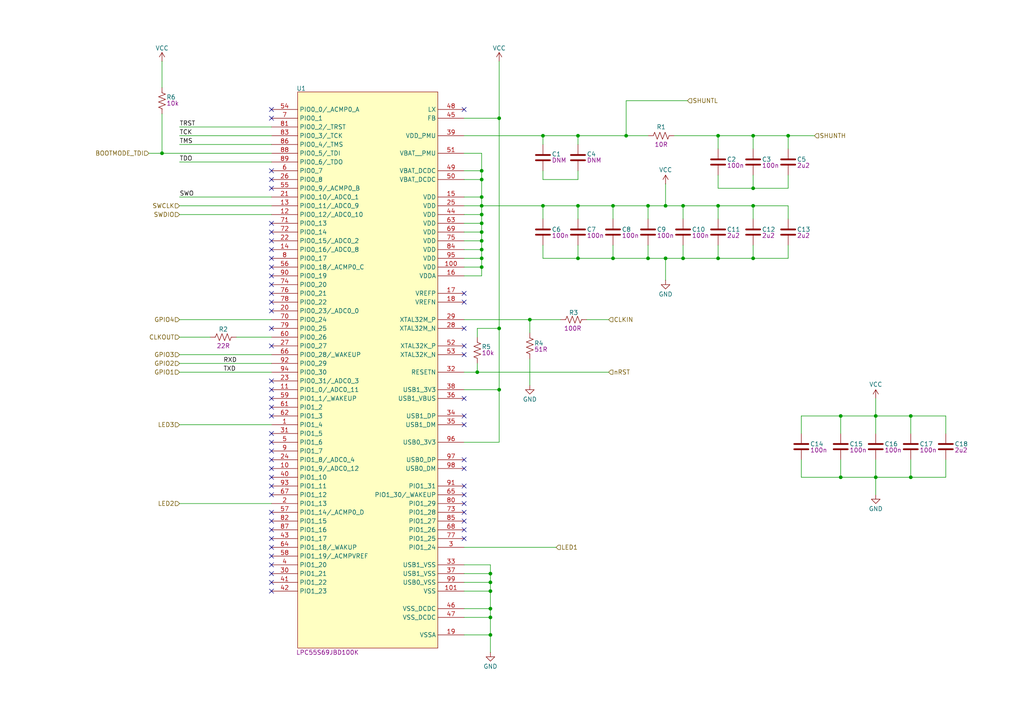
<source format=kicad_sch>
(kicad_sch (version 20231120) (generator "eeschema") (generator_version "8.0")
  (paper "A4")
  (lib_symbols
    (symbol "0603_Yageo_Res:RES_100R_0603" (pin_numbers hide)
      (property "Reference" "R" (at -20.32 5.08 0))
      (property "Display Value" "100R" (at 15.24 5.08 0))
      (symbol "RES_100R_0603_0_1"
        (polyline (pts (xy -2.286 0) (xy -2.54 0)))
        (polyline (pts (xy 2.286 0) (xy 2.54 0)))
        (polyline (pts (xy -2.286 0) (xy -1.905 1.016) (xy -1.524 0) (xy -1.143 -1.016) (xy -0.762 0)))
        (polyline (pts (xy -0.762 0) (xy -0.381 1.016) (xy 0 0) (xy 0.381 -1.016) (xy 0.762 0)))
        (polyline (pts (xy 0.762 0) (xy 1.143 1.016) (xy 1.524 0) (xy 1.905 -1.016) (xy 2.286 0)))
      )
      (symbol "RES_100R_0603_1_1"
        (pin passive line (at -3.81 0 0) (length 1.27) (name "~") (number "1"))
        (pin passive line (at 3.81 0 180) (length 1.27) (name "~") (number "2"))
      )
    )
    (symbol "0603_Yageo_Res:RES_10R_0603" (pin_numbers hide)
      (property "Reference" "R" (at -20.32 5.08 0))
      (property "Display Value" "10R" (at 15.24 5.08 0))
      (symbol "RES_10R_0603_0_1"
        (polyline (pts (xy -2.286 0) (xy -2.54 0)))
        (polyline (pts (xy 2.286 0) (xy 2.54 0)))
        (polyline (pts (xy -2.286 0) (xy -1.905 1.016) (xy -1.524 0) (xy -1.143 -1.016) (xy -0.762 0)))
        (polyline (pts (xy -0.762 0) (xy -0.381 1.016) (xy 0 0) (xy 0.381 -1.016) (xy 0.762 0)))
        (polyline (pts (xy 0.762 0) (xy 1.143 1.016) (xy 1.524 0) (xy 1.905 -1.016) (xy 2.286 0)))
      )
      (symbol "RES_10R_0603_1_1"
        (pin passive line (at -3.81 0 0) (length 1.27) (name "~") (number "1"))
        (pin passive line (at 3.81 0 180) (length 1.27) (name "~") (number "2"))
      )
    )
    (symbol "0603_Yageo_Res:RES_10k_0603" (pin_numbers hide)
      (property "Reference" "R" (at -20.32 5.08 0))
      (property "Display Value" "10k" (at 15.24 5.08 0))
      (symbol "RES_10k_0603_0_1"
        (polyline (pts (xy -2.286 0) (xy -2.54 0)))
        (polyline (pts (xy 2.286 0) (xy 2.54 0)))
        (polyline (pts (xy -2.286 0) (xy -1.905 1.016) (xy -1.524 0) (xy -1.143 -1.016) (xy -0.762 0)))
        (polyline (pts (xy -0.762 0) (xy -0.381 1.016) (xy 0 0) (xy 0.381 -1.016) (xy 0.762 0)))
        (polyline (pts (xy 0.762 0) (xy 1.143 1.016) (xy 1.524 0) (xy 1.905 -1.016) (xy 2.286 0)))
      )
      (symbol "RES_10k_0603_1_1"
        (pin passive line (at -3.81 0 0) (length 1.27) (name "~") (number "1"))
        (pin passive line (at 3.81 0 180) (length 1.27) (name "~") (number "2"))
      )
    )
    (symbol "0603_Yageo_Res:RES_22R_0603" (pin_numbers hide)
      (property "Reference" "R" (at -20.32 5.08 0))
      (property "Display Value" "22R" (at 15.24 5.08 0))
      (symbol "RES_22R_0603_0_1"
        (polyline (pts (xy -2.286 0) (xy -2.54 0)))
        (polyline (pts (xy 2.286 0) (xy 2.54 0)))
        (polyline (pts (xy -2.286 0) (xy -1.905 1.016) (xy -1.524 0) (xy -1.143 -1.016) (xy -0.762 0)))
        (polyline (pts (xy -0.762 0) (xy -0.381 1.016) (xy 0 0) (xy 0.381 -1.016) (xy 0.762 0)))
        (polyline (pts (xy 0.762 0) (xy 1.143 1.016) (xy 1.524 0) (xy 1.905 -1.016) (xy 2.286 0)))
      )
      (symbol "RES_22R_0603_1_1"
        (pin passive line (at -3.81 0 0) (length 1.27) (name "~") (number "1"))
        (pin passive line (at 3.81 0 180) (length 1.27) (name "~") (number "2"))
      )
    )
    (symbol "0603_Yageo_Res:RES_51R_0603" (pin_numbers hide)
      (property "Reference" "R" (at -20.32 5.08 0))
      (property "Display Value" "51R" (at 15.24 5.08 0))
      (symbol "RES_51R_0603_0_1"
        (polyline (pts (xy -2.286 0) (xy -2.54 0)))
        (polyline (pts (xy 2.286 0) (xy 2.54 0)))
        (polyline (pts (xy -2.286 0) (xy -1.905 1.016) (xy -1.524 0) (xy -1.143 -1.016) (xy -0.762 0)))
        (polyline (pts (xy -0.762 0) (xy -0.381 1.016) (xy 0 0) (xy 0.381 -1.016) (xy 0.762 0)))
        (polyline (pts (xy 0.762 0) (xy 1.143 1.016) (xy 1.524 0) (xy 1.905 -1.016) (xy 2.286 0)))
      )
      (symbol "RES_51R_0603_1_1"
        (pin passive line (at -3.81 0 0) (length 1.27) (name "~") (number "1"))
        (pin passive line (at 3.81 0 180) (length 1.27) (name "~") (number "2"))
      )
    )
    (symbol "NAE_Integrated_Circuits:LPC55S69JBD100K"
      (property "Reference" "U" (at -19.05 6.35 0))
      (property "Display Value" "LPC55S69JBD100K" (at -11.43 -157.48 0))
      (symbol "LPC55S69JBD100K_1_1"
        (rectangle (start -20.32 5.08) (end 20.32 -156.21) (fill (type background)))
        (text "Need to change footprint to have exposed pad for VSS\n" (at 1.27 97.79 0) (effects (font (size 1.27 1.27))))
        (pin unspecified line (at -27.94 -91.44 0) (length 7.62) (name "PIO1_4") (number "1"))
        (pin unspecified line (at -27.94 -104.14 0) (length 7.62) (name "PIO1_9/_ADC0_12") (number "10"))
        (pin unspecified line (at 27.94 -45.72 180) (length 7.62) (name "VDD") (number "100"))
        (pin unspecified line (at 27.94 -139.7 180) (length 7.62) (name "VSS") (number "101"))
        (pin unspecified line (at -27.94 -81.28 0) (length 7.62) (name "PIO1_0/_ADC0_11") (number "11"))
        (pin unspecified line (at -27.94 -30.48 0) (length 7.62) (name "PIO0_12/_ADC0_10") (number "12"))
        (pin unspecified line (at -27.94 -27.94 0) (length 7.62) (name "PIO0_11/_ADC0_9") (number "13"))
        (pin unspecified line (at -27.94 -40.64 0) (length 7.62) (name "PIO0_16/_ADC0_8") (number "14"))
        (pin unspecified line (at 27.94 -25.4 180) (length 7.62) (name "VDD") (number "15"))
        (pin unspecified line (at 27.94 -48.26 180) (length 7.62) (name "VDDA") (number "16"))
        (pin unspecified line (at 27.94 -53.34 180) (length 7.62) (name "VREFP") (number "17"))
        (pin unspecified line (at 27.94 -55.88 180) (length 7.62) (name "VREFN") (number "18"))
        (pin unspecified line (at 27.94 -152.4 180) (length 7.62) (name "VSSA") (number "19"))
        (pin unspecified line (at -27.94 -114.3 0) (length 7.62) (name "PIO1_13") (number "2"))
        (pin unspecified line (at -27.94 -58.42 0) (length 7.62) (name "PIO0_23/_ADC0_0") (number "20"))
        (pin unspecified line (at -27.94 -25.4 0) (length 7.62) (name "PIO0_10/_ADC0_1") (number "21"))
        (pin unspecified line (at -27.94 -38.1 0) (length 7.62) (name "PIO0_15/_ADC0_2") (number "22"))
        (pin unspecified line (at -27.94 -78.74 0) (length 7.62) (name "PIO0_31/_ADC0_3") (number "23"))
        (pin unspecified line (at -27.94 -101.6 0) (length 7.62) (name "PIO1_8/_ADC0_4") (number "24"))
        (pin unspecified line (at 27.94 -27.94 180) (length 7.62) (name "VDD") (number "25"))
        (pin unspecified line (at -27.94 -20.32 0) (length 7.62) (name "PIO0_8") (number "26"))
        (pin unspecified line (at -27.94 -68.58 0) (length 7.62) (name "PIO0_27") (number "27"))
        (pin unspecified line (at 27.94 -63.5 180) (length 7.62) (name "XTAL32M_N") (number "28"))
        (pin unspecified line (at 27.94 -60.96 180) (length 7.62) (name "XTAL32M_P") (number "29"))
        (pin unspecified line (at 27.94 -127 180) (length 7.62) (name "PIO1_24") (number "3"))
        (pin unspecified line (at -27.94 -134.62 0) (length 7.62) (name "PIO1_21") (number "30"))
        (pin unspecified line (at -27.94 -93.98 0) (length 7.62) (name "PIO1_5") (number "31"))
        (pin unspecified line (at 27.94 -76.2 180) (length 7.62) (name "RESETN") (number "32"))
        (pin unspecified line (at 27.94 -132.08 180) (length 7.62) (name "USB1_VSS") (number "33"))
        (pin unspecified line (at 27.94 -88.9 180) (length 7.62) (name "USB1_DP") (number "34"))
        (pin unspecified line (at 27.94 -91.44 180) (length 7.62) (name "USB1_DM") (number "35"))
        (pin unspecified line (at 27.94 -83.82 180) (length 7.62) (name "USB1_VBUS") (number "36"))
        (pin unspecified line (at 27.94 -134.62 180) (length 7.62) (name "USB1_VSS") (number "37"))
        (pin unspecified line (at 27.94 -81.28 180) (length 7.62) (name "USB1_3V3") (number "38"))
        (pin unspecified line (at 27.94 -7.62 180) (length 7.62) (name "VDD_PMU") (number "39"))
        (pin unspecified line (at -27.94 -132.08 0) (length 7.62) (name "PIO1_20") (number "4"))
        (pin unspecified line (at -27.94 -106.68 0) (length 7.62) (name "PIO1_10") (number "40"))
        (pin unspecified line (at -27.94 -137.16 0) (length 7.62) (name "PIO1_22") (number "41"))
        (pin unspecified line (at -27.94 -139.7 0) (length 7.62) (name "PIO1_23") (number "42"))
        (pin unspecified line (at -27.94 -124.46 0) (length 7.62) (name "PIO1_17") (number "43"))
        (pin unspecified line (at 27.94 -30.48 180) (length 7.62) (name "VDD") (number "44"))
        (pin unspecified line (at 27.94 -2.54 180) (length 7.62) (name "FB") (number "45"))
        (pin unspecified line (at 27.94 -144.78 180) (length 7.62) (name "VSS_DCDC") (number "46"))
        (pin unspecified line (at 27.94 -147.32 180) (length 7.62) (name "VSS_DCDC") (number "47"))
        (pin unspecified line (at 27.94 0 180) (length 7.62) (name "LX") (number "48"))
        (pin unspecified line (at 27.94 -17.78 180) (length 7.62) (name "VBAT_DCDC") (number "49"))
        (pin unspecified line (at -27.94 -96.52 0) (length 7.62) (name "PIO1_6") (number "5"))
        (pin unspecified line (at 27.94 -20.32 180) (length 7.62) (name "VBAT_DCDC") (number "50"))
        (pin unspecified line (at 27.94 -12.7 180) (length 7.62) (name "VBAT__PMU") (number "51"))
        (pin unspecified line (at 27.94 -68.58 180) (length 7.62) (name "XTAL32K_P") (number "52"))
        (pin unspecified line (at 27.94 -71.12 180) (length 7.62) (name "XTAL32K_N") (number "53"))
        (pin unspecified line (at -27.94 0 0) (length 7.62) (name "PIO0_0/_ACMP0_A") (number "54"))
        (pin unspecified line (at -27.94 -22.86 0) (length 7.62) (name "PIO0_9/_ACMP0_B") (number "55"))
        (pin unspecified line (at -27.94 -45.72 0) (length 7.62) (name "PIO0_18/_ACMP0_C") (number "56"))
        (pin unspecified line (at -27.94 -116.84 0) (length 7.62) (name "PIO1_14/_ACMP0_D") (number "57"))
        (pin unspecified line (at -27.94 -129.54 0) (length 7.62) (name "PIO1_19/_ACMPVREF") (number "58"))
        (pin unspecified line (at -27.94 -83.82 0) (length 7.62) (name "PIO1_1/_WAKEUP") (number "59"))
        (pin unspecified line (at -27.94 -17.78 0) (length 7.62) (name "PIO0_7") (number "6"))
        (pin unspecified line (at -27.94 -66.04 0) (length 7.62) (name "PIO0_26") (number "60"))
        (pin unspecified line (at -27.94 -86.36 0) (length 7.62) (name "PIO1_2") (number "61"))
        (pin unspecified line (at -27.94 -88.9 0) (length 7.62) (name "PIO1_3") (number "62"))
        (pin unspecified line (at 27.94 -33.02 180) (length 7.62) (name "VDD") (number "63"))
        (pin unspecified line (at -27.94 -127 0) (length 7.62) (name "PIO1_18/_WAKUP") (number "64"))
        (pin unspecified line (at 27.94 -111.76 180) (length 7.62) (name "PIO1_30/_WAKEUP") (number "65"))
        (pin unspecified line (at -27.94 -71.12 0) (length 7.62) (name "PIO0_28/_WAKEUP") (number "66"))
        (pin unspecified line (at -27.94 -111.76 0) (length 7.62) (name "PIO1_12") (number "67"))
        (pin unspecified line (at 27.94 -121.92 180) (length 7.62) (name "PIO1_26") (number "68"))
        (pin unspecified line (at 27.94 -35.56 180) (length 7.62) (name "VDD") (number "69"))
        (pin unspecified line (at -27.94 -2.54 0) (length 7.62) (name "PIO0_1") (number "7"))
        (pin unspecified line (at -27.94 -60.96 0) (length 7.62) (name "PIO0_24") (number "70"))
        (pin unspecified line (at -27.94 -33.02 0) (length 7.62) (name "PIO0_13") (number "71"))
        (pin unspecified line (at -27.94 -35.56 0) (length 7.62) (name "PIO0_14") (number "72"))
        (pin unspecified line (at 27.94 -116.84 180) (length 7.62) (name "PIO1_28") (number "73"))
        (pin unspecified line (at -27.94 -50.8 0) (length 7.62) (name "PIO0_20") (number "74"))
        (pin unspecified line (at 27.94 -38.1 180) (length 7.62) (name "VDD") (number "75"))
        (pin unspecified line (at -27.94 -53.34 0) (length 7.62) (name "PIO0_21") (number "76"))
        (pin unspecified line (at 27.94 -124.46 180) (length 7.62) (name "PIO1_25") (number "77"))
        (pin unspecified line (at -27.94 -55.88 0) (length 7.62) (name "PIO0_22") (number "78"))
        (pin unspecified line (at -27.94 -63.5 0) (length 7.62) (name "PIO0_25") (number "79"))
        (pin unspecified line (at -27.94 -43.18 0) (length 7.62) (name "PIO0_17") (number "8"))
        (pin unspecified line (at 27.94 -114.3 180) (length 7.62) (name "PIO1_29") (number "80"))
        (pin unspecified line (at -27.94 -5.08 0) (length 7.62) (name "PIO0_2/_TRST") (number "81"))
        (pin unspecified line (at -27.94 -119.38 0) (length 7.62) (name "PIO1_15") (number "82"))
        (pin unspecified line (at -27.94 -7.62 0) (length 7.62) (name "PIO0_3/_TCK") (number "83"))
        (pin unspecified line (at 27.94 -40.64 180) (length 7.62) (name "VDD") (number "84"))
        (pin unspecified line (at 27.94 -119.38 180) (length 7.62) (name "PIO1_27") (number "85"))
        (pin unspecified line (at -27.94 -10.16 0) (length 7.62) (name "PIO0_4/_TMS") (number "86"))
        (pin unspecified line (at -27.94 -121.92 0) (length 7.62) (name "PIO1_16") (number "87"))
        (pin unspecified line (at -27.94 -12.7 0) (length 7.62) (name "PIO0_5/_TDI") (number "88"))
        (pin unspecified line (at -27.94 -15.24 0) (length 7.62) (name "PIO0_6/_TDO") (number "89"))
        (pin unspecified line (at -27.94 -99.06 0) (length 7.62) (name "PIO1_7") (number "9"))
        (pin unspecified line (at -27.94 -48.26 0) (length 7.62) (name "PIO0_19") (number "90"))
        (pin unspecified line (at 27.94 -109.22 180) (length 7.62) (name "PIO1_31") (number "91"))
        (pin unspecified line (at -27.94 -73.66 0) (length 7.62) (name "PIO0_29") (number "92"))
        (pin unspecified line (at -27.94 -109.22 0) (length 7.62) (name "PIO1_11") (number "93"))
        (pin unspecified line (at -27.94 -76.2 0) (length 7.62) (name "PIO0_30") (number "94"))
        (pin unspecified line (at 27.94 -43.18 180) (length 7.62) (name "VDD") (number "95"))
        (pin unspecified line (at 27.94 -96.52 180) (length 7.62) (name "USB0_3V3") (number "96"))
        (pin unspecified line (at 27.94 -101.6 180) (length 7.62) (name "USB0_DP") (number "97"))
        (pin unspecified line (at 27.94 -104.14 180) (length 7.62) (name "USB0_DM") (number "98"))
        (pin unspecified line (at 27.94 -137.16 180) (length 7.62) (name "USB0_VSS") (number "99"))
      )
    )
    (symbol "nae_caps:CAP_100n_10V_0603" (pin_numbers hide)
      (property "Reference" "C" (at -20.32 5.08 0))
      (property "Display Value" "100n" (at 15.24 5.08 0))
      (symbol "CAP_100n_10V_0603_0_1"
        (polyline (pts (xy -0.762 -2.032) (xy -0.762 2.032)) (stroke (width 0.508)))
        (polyline (pts (xy 0.762 -2.032) (xy 0.762 2.032)) (stroke (width 0.508)))
      )
      (symbol "CAP_100n_10V_0603_1_1"
        (pin passive line (at -3.81 0 0) (length 2.794) (name "~") (number "1"))
        (pin passive line (at 3.81 0 180) (length 2.794) (name "~") (number "2"))
      )
    )
    (symbol "nae_caps:CAP_2u2_10V_0603" (pin_numbers hide)
      (property "Reference" "C" (at -20.32 5.08 0))
      (property "Display Value" "2u2" (at 15.24 5.08 0))
      (symbol "CAP_2u2_10V_0603_0_1"
        (polyline (pts (xy -0.762 -2.032) (xy -0.762 2.032)) (stroke (width 0.508)))
        (polyline (pts (xy 0.762 -2.032) (xy 0.762 2.032)) (stroke (width 0.508)))
      )
      (symbol "CAP_2u2_10V_0603_1_1"
        (pin passive line (at -3.81 0 0) (length 2.794) (name "~") (number "1"))
        (pin passive line (at 3.81 0 180) (length 2.794) (name "~") (number "2"))
      )
    )
    (symbol "nae_caps:CAP_DNM_0603" (pin_numbers hide)
      (property "Reference" "C" (at -20.32 5.08 0))
      (property "Display Value" "DNM" (at 15.24 5.08 0))
      (symbol "CAP_DNM_0603_0_1"
        (polyline (pts (xy -0.762 -2.032) (xy -0.762 2.032)) (stroke (width 0.508)))
        (polyline (pts (xy 0.762 -2.032) (xy 0.762 2.032)) (stroke (width 0.508)))
      )
      (symbol "CAP_DNM_0603_1_1"
        (pin passive line (at -3.81 0 0) (length 2.794) (name "~") (number "1"))
        (pin passive line (at 3.81 0 180) (length 2.794) (name "~") (number "2"))
      )
    )
    (symbol "power:GND" (power) (pin_numbers hide) (pin_names (offset 0) hide)
      (property "Value" "GND" (at 0 -3.81 0))
      (symbol "GND_0_1"
        (polyline (pts (xy 0 0) (xy 0 -1.27) (xy 1.27 -1.27) (xy 0 -2.54) (xy -1.27 -1.27) (xy 0 -1.27)))
      )
      (symbol "GND_1_1"
        (pin power_in line (at 0 0 270) (length 0) (name "~") (number "1"))
      )
    )
    (symbol "power:VCC" (power) (pin_numbers hide) (pin_names (offset 0) hide)
      (property "Value" "VCC" (at 0 3.556 0))
      (symbol "VCC_0_1"
        (polyline (pts (xy -0.762 1.27) (xy 0 2.54)))
        (polyline (pts (xy 0 0) (xy 0 2.54)))
        (polyline (pts (xy 0 2.54) (xy 0.762 1.27)))
      )
      (symbol "VCC_1_1"
        (pin power_in line (at 0 0 90) (length 0) (name "~") (number "1"))
      )
    )
  )
  (junction (at 153.67 92.71))
  (junction (at 198.12 74.93))
  (junction (at 144.78 34.29))
  (junction (at 139.7 62.23))
  (junction (at 208.28 74.93))
  (junction (at 208.28 59.69))
  (junction (at 46.99 44.45))
  (junction (at 264.16 138.43))
  (junction (at 167.64 39.37))
  (junction (at 139.7 74.93))
  (junction (at 187.96 59.69))
  (junction (at 177.8 59.69))
  (junction (at 144.78 95.25))
  (junction (at 142.24 176.53))
  (junction (at 218.44 54.61))
  (junction (at 254 138.43))
  (junction (at 228.6 39.37))
  (junction (at 167.64 59.69))
  (junction (at 144.78 113.03))
  (junction (at 181.61 39.37))
  (junction (at 193.04 59.69))
  (junction (at 139.7 59.69))
  (junction (at 139.7 52.07))
  (junction (at 139.7 69.85))
  (junction (at 139.7 57.15))
  (junction (at 177.8 74.93))
  (junction (at 218.44 39.37))
  (junction (at 139.7 49.53))
  (junction (at 243.84 138.43))
  (junction (at 198.12 59.69))
  (junction (at 138.43 107.95))
  (junction (at 167.64 74.93))
  (junction (at 142.24 166.37))
  (junction (at 142.24 171.45))
  (junction (at 157.48 59.69))
  (junction (at 157.48 39.37))
  (junction (at 218.44 59.69))
  (junction (at 254 120.65))
  (junction (at 264.16 120.65))
  (junction (at 208.28 39.37))
  (junction (at 139.7 77.47))
  (junction (at 139.7 72.39))
  (junction (at 142.24 184.15))
  (junction (at 218.44 74.93))
  (junction (at 187.96 74.93))
  (junction (at 243.84 120.65))
  (junction (at 193.04 74.93))
  (junction (at 139.7 67.31))
  (junction (at 142.24 168.91))
  (junction (at 139.7 64.77))
  (junction (at 142.24 179.07))
  (no_connect (at 78.74 158.75))
  (no_connect (at 134.62 135.89))
  (no_connect (at 134.62 85.09))
  (no_connect (at 78.74 153.67))
  (no_connect (at 78.74 125.73))
  (no_connect (at 134.62 95.25))
  (no_connect (at 134.62 31.75))
  (no_connect (at 78.74 161.29))
  (no_connect (at 134.62 140.97))
  (no_connect (at 78.74 130.81))
  (no_connect (at 78.74 72.39))
  (no_connect (at 134.62 123.19))
  (no_connect (at 78.74 80.01))
  (no_connect (at 78.74 77.47))
  (no_connect (at 134.62 156.21))
  (no_connect (at 78.74 135.89))
  (no_connect (at 78.74 74.93))
  (no_connect (at 134.62 120.65))
  (no_connect (at 134.62 148.59))
  (no_connect (at 78.74 69.85))
  (no_connect (at 78.74 87.63))
  (no_connect (at 78.74 54.61))
  (no_connect (at 134.62 87.63))
  (no_connect (at 78.74 64.77))
  (no_connect (at 78.74 171.45))
  (no_connect (at 134.62 153.67))
  (no_connect (at 78.74 133.35))
  (no_connect (at 134.62 115.57))
  (no_connect (at 78.74 138.43))
  (no_connect (at 78.74 90.17))
  (no_connect (at 78.74 85.09))
  (no_connect (at 78.74 31.75))
  (no_connect (at 78.74 120.65))
  (no_connect (at 134.62 143.51))
  (no_connect (at 78.74 151.13))
  (no_connect (at 78.74 140.97))
  (no_connect (at 78.74 148.59))
  (no_connect (at 78.74 128.27))
  (no_connect (at 78.74 118.11))
  (no_connect (at 78.74 168.91))
  (no_connect (at 78.74 34.29))
  (no_connect (at 134.62 133.35))
  (no_connect (at 78.74 95.25))
  (no_connect (at 78.74 49.53))
  (no_connect (at 78.74 115.57))
  (no_connect (at 78.74 52.07))
  (no_connect (at 78.74 143.51))
  (no_connect (at 78.74 100.33))
  (no_connect (at 78.74 82.55))
  (no_connect (at 78.74 163.83))
  (no_connect (at 78.74 113.03))
  (no_connect (at 134.62 102.87))
  (no_connect (at 78.74 156.21))
  (no_connect (at 134.62 100.33))
  (no_connect (at 78.74 166.37))
  (no_connect (at 134.62 151.13))
  (no_connect (at 78.74 110.49))
  (no_connect (at 78.74 67.31))
  (no_connect (at 134.62 146.05))
  (wire (pts (xy 274.32 120.65) (xy 274.32 125.73)))
  (wire (pts (xy 134.62 179.07) (xy 142.24 179.07)))
  (wire (pts (xy 139.7 67.31) (xy 139.7 69.85)))
  (wire (pts (xy 139.7 49.53) (xy 139.7 52.07)))
  (wire (pts (xy 138.43 105.41) (xy 138.43 107.95)))
  (wire (pts (xy 43.18 44.45) (xy 46.99 44.45)))
  (wire (pts (xy 198.12 71.12) (xy 198.12 74.93)))
  (wire (pts (xy 254 133.35) (xy 254 138.43)))
  (wire (pts (xy 198.12 74.93) (xy 208.28 74.93)))
  (wire (pts (xy 144.78 34.29) (xy 144.78 95.25)))
  (wire (pts (xy 134.62 39.37) (xy 157.48 39.37)))
  (wire (pts (xy 243.84 120.65) (xy 243.84 125.73)))
  (wire (pts (xy 228.6 74.93) (xy 228.6 71.12)))
  (wire (pts (xy 195.58 39.37) (xy 208.28 39.37)))
  (wire (pts (xy 139.7 57.15) (xy 139.7 59.69)))
  (wire (pts (xy 157.48 52.07) (xy 167.64 52.07)))
  (wire (pts (xy 52.07 41.91) (xy 78.74 41.91)))
  (wire (pts (xy 52.07 146.05) (xy 78.74 146.05)))
  (wire (pts (xy 142.24 176.53) (xy 142.24 179.07)))
  (wire (pts (xy 193.04 74.93) (xy 193.04 81.28)))
  (wire (pts (xy 264.16 120.65) (xy 264.16 125.73)))
  (wire (pts (xy 181.61 39.37) (xy 187.96 39.37)))
  (wire (pts (xy 254 138.43) (xy 264.16 138.43)))
  (wire (pts (xy 232.41 138.43) (xy 243.84 138.43)))
  (wire (pts (xy 139.7 74.93) (xy 139.7 77.47)))
  (wire (pts (xy 134.62 49.53) (xy 139.7 49.53)))
  (wire (pts (xy 52.07 102.87) (xy 78.74 102.87)))
  (wire (pts (xy 134.62 67.31) (xy 139.7 67.31)))
  (wire (pts (xy 208.28 39.37) (xy 208.28 43.18)))
  (wire (pts (xy 167.64 39.37) (xy 157.48 39.37)))
  (wire (pts (xy 134.62 184.15) (xy 142.24 184.15)))
  (wire (pts (xy 193.04 53.34) (xy 193.04 59.69)))
  (wire (pts (xy 228.6 39.37) (xy 236.22 39.37)))
  (wire (pts (xy 134.62 163.83) (xy 142.24 163.83)))
  (wire (pts (xy 187.96 59.69) (xy 187.96 63.5)))
  (wire (pts (xy 134.62 62.23) (xy 139.7 62.23)))
  (wire (pts (xy 139.7 64.77) (xy 139.7 67.31)))
  (wire (pts (xy 52.07 105.41) (xy 78.74 105.41)))
  (wire (pts (xy 208.28 39.37) (xy 218.44 39.37)))
  (wire (pts (xy 52.07 36.83) (xy 78.74 36.83)))
  (wire (pts (xy 134.62 107.95) (xy 138.43 107.95)))
  (wire (pts (xy 153.67 92.71) (xy 162.56 92.71)))
  (wire (pts (xy 218.44 74.93) (xy 228.6 74.93)))
  (wire (pts (xy 134.62 113.03) (xy 144.78 113.03)))
  (wire (pts (xy 208.28 50.8) (xy 208.28 54.61)))
  (wire (pts (xy 167.64 59.69) (xy 177.8 59.69)))
  (wire (pts (xy 254 120.65) (xy 254 125.73)))
  (wire (pts (xy 142.24 166.37) (xy 142.24 168.91)))
  (wire (pts (xy 142.24 168.91) (xy 142.24 171.45)))
  (wire (pts (xy 52.07 123.19) (xy 78.74 123.19)))
  (wire (pts (xy 228.6 43.18) (xy 228.6 39.37)))
  (wire (pts (xy 134.62 128.27) (xy 144.78 128.27)))
  (wire (pts (xy 157.48 49.53) (xy 157.48 52.07)))
  (wire (pts (xy 228.6 39.37) (xy 218.44 39.37)))
  (wire (pts (xy 232.41 133.35) (xy 232.41 138.43)))
  (wire (pts (xy 167.64 74.93) (xy 177.8 74.93)))
  (wire (pts (xy 134.62 92.71) (xy 153.67 92.71)))
  (wire (pts (xy 181.61 29.21) (xy 199.39 29.21)))
  (wire (pts (xy 254 120.65) (xy 264.16 120.65)))
  (wire (pts (xy 177.8 71.12) (xy 177.8 74.93)))
  (wire (pts (xy 208.28 59.69) (xy 208.28 63.5)))
  (wire (pts (xy 167.64 39.37) (xy 181.61 39.37)))
  (wire (pts (xy 139.7 72.39) (xy 139.7 74.93)))
  (wire (pts (xy 177.8 74.93) (xy 187.96 74.93)))
  (wire (pts (xy 193.04 74.93) (xy 198.12 74.93)))
  (wire (pts (xy 142.24 163.83) (xy 142.24 166.37)))
  (wire (pts (xy 157.48 59.69) (xy 167.64 59.69)))
  (wire (pts (xy 218.44 71.12) (xy 218.44 74.93)))
  (wire (pts (xy 139.7 44.45) (xy 139.7 49.53)))
  (wire (pts (xy 142.24 184.15) (xy 142.24 189.23)))
  (wire (pts (xy 138.43 95.25) (xy 144.78 95.25)))
  (wire (pts (xy 134.62 59.69) (xy 139.7 59.69)))
  (wire (pts (xy 198.12 59.69) (xy 208.28 59.69)))
  (wire (pts (xy 134.62 176.53) (xy 142.24 176.53)))
  (wire (pts (xy 193.04 59.69) (xy 198.12 59.69)))
  (wire (pts (xy 52.07 97.79) (xy 60.96 97.79)))
  (wire (pts (xy 218.44 43.18) (xy 218.44 39.37)))
  (wire (pts (xy 153.67 92.71) (xy 153.67 96.52)))
  (wire (pts (xy 243.84 120.65) (xy 254 120.65)))
  (wire (pts (xy 208.28 74.93) (xy 218.44 74.93)))
  (wire (pts (xy 177.8 59.69) (xy 187.96 59.69)))
  (wire (pts (xy 52.07 92.71) (xy 78.74 92.71)))
  (wire (pts (xy 254 115.57) (xy 254 120.65)))
  (wire (pts (xy 134.62 57.15) (xy 139.7 57.15)))
  (wire (pts (xy 144.78 113.03) (xy 144.78 128.27)))
  (wire (pts (xy 187.96 74.93) (xy 193.04 74.93)))
  (wire (pts (xy 138.43 95.25) (xy 138.43 97.79)))
  (wire (pts (xy 228.6 59.69) (xy 228.6 63.5)))
  (wire (pts (xy 157.48 63.5) (xy 157.48 59.69)))
  (wire (pts (xy 134.62 168.91) (xy 142.24 168.91)))
  (wire (pts (xy 134.62 69.85) (xy 139.7 69.85)))
  (wire (pts (xy 134.62 166.37) (xy 142.24 166.37)))
  (wire (pts (xy 232.41 125.73) (xy 232.41 120.65)))
  (wire (pts (xy 274.32 138.43) (xy 274.32 133.35)))
  (wire (pts (xy 134.62 77.47) (xy 139.7 77.47)))
  (wire (pts (xy 139.7 59.69) (xy 157.48 59.69)))
  (wire (pts (xy 139.7 80.01) (xy 134.62 80.01)))
  (wire (pts (xy 167.64 59.69) (xy 167.64 63.5)))
  (wire (pts (xy 52.07 59.69) (xy 78.74 59.69)))
  (wire (pts (xy 52.07 46.99) (xy 78.74 46.99)))
  (wire (pts (xy 218.44 59.69) (xy 218.44 63.5)))
  (wire (pts (xy 181.61 39.37) (xy 181.61 29.21)))
  (wire (pts (xy 228.6 54.61) (xy 228.6 50.8)))
  (wire (pts (xy 52.07 57.15) (xy 78.74 57.15)))
  (wire (pts (xy 167.64 52.07) (xy 167.64 49.53)))
  (wire (pts (xy 46.99 33.02) (xy 46.99 44.45)))
  (wire (pts (xy 139.7 62.23) (xy 139.7 64.77)))
  (wire (pts (xy 157.48 71.12) (xy 157.48 74.93)))
  (wire (pts (xy 208.28 54.61) (xy 218.44 54.61)))
  (wire (pts (xy 46.99 44.45) (xy 78.74 44.45)))
  (wire (pts (xy 68.58 97.79) (xy 78.74 97.79)))
  (wire (pts (xy 218.44 54.61) (xy 228.6 54.61)))
  (wire (pts (xy 218.44 59.69) (xy 228.6 59.69)))
  (wire (pts (xy 264.16 133.35) (xy 264.16 138.43)))
  (wire (pts (xy 153.67 104.14) (xy 153.67 111.76)))
  (wire (pts (xy 243.84 138.43) (xy 254 138.43)))
  (wire (pts (xy 134.62 34.29) (xy 144.78 34.29)))
  (wire (pts (xy 264.16 120.65) (xy 274.32 120.65)))
  (wire (pts (xy 46.99 17.78) (xy 46.99 25.4)))
  (wire (pts (xy 243.84 133.35) (xy 243.84 138.43)))
  (wire (pts (xy 218.44 50.8) (xy 218.44 54.61)))
  (wire (pts (xy 134.62 52.07) (xy 139.7 52.07)))
  (wire (pts (xy 142.24 179.07) (xy 142.24 184.15)))
  (wire (pts (xy 139.7 69.85) (xy 139.7 72.39)))
  (wire (pts (xy 157.48 74.93) (xy 167.64 74.93)))
  (wire (pts (xy 142.24 171.45) (xy 142.24 176.53)))
  (wire (pts (xy 138.43 107.95) (xy 176.53 107.95)))
  (wire (pts (xy 134.62 74.93) (xy 139.7 74.93)))
  (wire (pts (xy 144.78 95.25) (xy 144.78 113.03)))
  (wire (pts (xy 264.16 138.43) (xy 274.32 138.43)))
  (wire (pts (xy 52.07 62.23) (xy 78.74 62.23)))
  (wire (pts (xy 139.7 59.69) (xy 139.7 62.23)))
  (wire (pts (xy 134.62 44.45) (xy 139.7 44.45)))
  (wire (pts (xy 167.64 71.12) (xy 167.64 74.93)))
  (wire (pts (xy 232.41 120.65) (xy 243.84 120.65)))
  (wire (pts (xy 198.12 59.69) (xy 198.12 63.5)))
  (wire (pts (xy 187.96 71.12) (xy 187.96 74.93)))
  (wire (pts (xy 139.7 52.07) (xy 139.7 57.15)))
  (wire (pts (xy 134.62 158.75) (xy 161.29 158.75)))
  (wire (pts (xy 157.48 39.37) (xy 157.48 41.91)))
  (wire (pts (xy 167.64 41.91) (xy 167.64 39.37)))
  (wire (pts (xy 208.28 71.12) (xy 208.28 74.93)))
  (wire (pts (xy 134.62 64.77) (xy 139.7 64.77)))
  (wire (pts (xy 144.78 17.78) (xy 144.78 34.29)))
  (wire (pts (xy 208.28 59.69) (xy 218.44 59.69)))
  (wire (pts (xy 134.62 171.45) (xy 142.24 171.45)))
  (wire (pts (xy 170.18 92.71) (xy 176.53 92.71)))
  (wire (pts (xy 139.7 77.47) (xy 139.7 80.01)))
  (wire (pts (xy 134.62 72.39) (xy 139.7 72.39)))
  (wire (pts (xy 177.8 59.69) (xy 177.8 63.5)))
  (wire (pts (xy 187.96 59.69) (xy 193.04 59.69)))
  (wire (pts (xy 52.07 107.95) (xy 78.74 107.95)))
  (wire (pts (xy 52.07 39.37) (xy 78.74 39.37)))
  (wire (pts (xy 254 138.43) (xy 254 143.51)))
  (label "TRST" (at 52.07 36.83 0))
  (label "RXD" (at 64.77 105.41 0))
  (label "TMS" (at 52.07 41.91 0))
  (label "TXD" (at 64.77 107.95 0))
  (label "TDO" (at 52.07 46.99 0))
  (label "SWO" (at 52.07 57.15 0))
  (label "TCK" (at 52.07 39.37 0))
  (hierarchical_label "LED3" (shape input) (at 52.07 123.19 180))
  (hierarchical_label "SHUNTH" (shape input) (at 236.22 39.37 0))
  (hierarchical_label "SHUNTL" (shape input) (at 199.39 29.21 0))
  (hierarchical_label "CLKIN" (shape input) (at 176.53 92.71 0))
  (hierarchical_label "GPIO1" (shape input) (at 52.07 107.95 180))
  (hierarchical_label "BOOTMODE_TDI" (shape input) (at 43.18 44.45 180))
  (hierarchical_label "LED1" (shape input) (at 161.29 158.75 0))
  (hierarchical_label "GPIO3" (shape input) (at 52.07 102.87 180))
  (hierarchical_label "GPIO2" (shape input) (at 52.07 105.41 180))
  (hierarchical_label "SWCLK" (shape input) (at 52.07 59.69 180))
  (hierarchical_label "LED2" (shape input) (at 52.07 146.05 180))
  (hierarchical_label "CLKOUT" (shape input) (at 52.07 97.79 180))
  (hierarchical_label "SWDIO" (shape input) (at 52.07 62.23 180))
  (hierarchical_label "GPIO4" (shape input) (at 52.07 92.71 180))
  (hierarchical_label "nRST" (shape input) (at 176.53 107.95 0))
  (symbol (lib_id "0603_Yageo_Res:RES_10R_0603") (at 191.77 39.37 0) (unit 1)
    (property "Reference" "R1" (at 191.77 36.83 0))
    (property "Value" "RES_10R_0603" (effects (hide yes)))
    (property "Footprint" "Resistor_SMD:R_0603_1608Metric" (effects (hide yes)))
    (property "Datasheet" "https://www.yageo.com/upload/media/product/products/datasheet/rchip/PYu-RC_Group_51_RoHS_L_12.pdf" (effects (hide yes)))
    (property "Description" "RES 10 OHM 1% 1/10W 0603" (effects (hide yes)))
    (property "Display Value" "10R" (at 191.77 41.91 0))
    (property "Manufacturer" "YAGEO" (effects (hide yes)))
    (property "Manufacturer Part Number" "RC0603FR-0710RL" (effects (hide yes)))
    (property "Supplier 1" "DigiKey" (effects (hide yes)))
    (property "Supplier 1 Part Number" "311-10.0HRCT-ND" (effects (hide yes)))
    (property "Supplier 2" "no_data" (effects (hide yes)))
    (property "Supplier 2 Part Number" "no_data" (effects (hide yes)))
  )
  (symbol (lib_id "power:VCC") (at 144.78 17.78 0) (unit 1)
    (property "Reference" "#PWR06" (effects (hide yes)))
    (property "Value" "VCC" (at 144.78 13.97 0))
    (property "Description" "Power symbol creates a global label with name \"VCC\"" (effects (hide yes)))
  )
  (symbol (lib_id "power:GND") (at 193.04 81.28 0) (unit 1)
    (property "Reference" "#PWR011" (effects (hide yes)))
    (property "Value" "GND" (at 193.04 85.344 0))
    (property "Description" "Power symbol creates a global label with name \"GND\" , ground" (effects (hide yes)))
  )
  (symbol (lib_id "0603_Yageo_Res:RES_22R_0603") (at 64.77 97.79 0) (unit 1)
    (property "Reference" "R2" (at 64.77 95.504 0))
    (property "Value" "RES_22R_0603" (effects (hide yes)))
    (property "Footprint" "Resistor_SMD:R_0603_1608Metric" (effects (hide yes)))
    (property "Datasheet" "https://www.yageo.com/upload/media/product/products/datasheet/rchip/PYu-RC_Group_51_RoHS_L_12.pdf" (effects (hide yes)))
    (property "Description" "RES 22 OHM 1% 1/10W 0603" (effects (hide yes)))
    (property "Display Value" "22R" (at 64.77 100.33 0))
    (property "Manufacturer" "YAGEO" (effects (hide yes)))
    (property "Manufacturer Part Number" "RC0603FR-0722RL" (effects (hide yes)))
    (property "Supplier 1" "DigiKey" (effects (hide yes)))
    (property "Supplier 1 Part Number" "311-22.0HRCT-ND" (effects (hide yes)))
    (property "Supplier 2" "no_data" (effects (hide yes)))
    (property "Supplier 2 Part Number" "no_data" (effects (hide yes)))
  )
  (symbol (lib_id "nae_caps:CAP_100n_10V_0603") (at 187.96 67.31 90) (unit 1)
    (property "Reference" "C9" (at 190.5 66.5481 90) (effects (justify right)))
    (property "Value" "CAP_100n_10V_0603" (effects (hide yes)))
    (property "Footprint" "Capacitor_SMD:C_0603_1608Metric" (effects (hide yes)))
    (property "Datasheet" "https://www.yageo.com/upload/media/product/productsearch/datasheet/mlcc/UPY-GPHC_X7R_6.3V-to-250V_24.pdf" (effects (hide yes)))
    (property "Description" "CAP CER 0.1UF 10V X7R 0603" (effects (hide yes)))
    (property "Display Value" "100n" (at 190.5 68.326 90) (effects (justify right)))
    (property "Manufacturer" "YAGEO" (effects (hide yes)))
    (property "Manufacturer Part Number" "CC0603KRX7R6BB104" (effects (hide yes)))
    (property "Supplier 1" "DigiKey" (effects (hide yes)))
    (property "Supplier 1 Part Number" "311-4055-1-ND" (effects (hide yes)))
    (property "Supplier 2" "no_data" (effects (hide yes)))
    (property "Supplier 2 Part Number" "no_data" (effects (hide yes)))
  )
  (symbol (lib_id "nae_caps:CAP_100n_10V_0603") (at 232.41 129.54 90) (unit 1)
    (property "Reference" "C14" (at 234.95 128.7781 90) (effects (justify right)))
    (property "Value" "CAP_100n_10V_0603" (effects (hide yes)))
    (property "Footprint" "Capacitor_SMD:C_0603_1608Metric" (effects (hide yes)))
    (property "Datasheet" "https://www.yageo.com/upload/media/product/productsearch/datasheet/mlcc/UPY-GPHC_X7R_6.3V-to-250V_24.pdf" (effects (hide yes)))
    (property "Description" "CAP CER 0.1UF 10V X7R 0603" (effects (hide yes)))
    (property "Display Value" "100n" (at 234.95 130.556 90) (effects (justify right)))
    (property "Manufacturer" "YAGEO" (effects (hide yes)))
    (property "Manufacturer Part Number" "CC0603KRX7R6BB104" (effects (hide yes)))
    (property "Supplier 1" "DigiKey" (effects (hide yes)))
    (property "Supplier 1 Part Number" "311-4055-1-ND" (effects (hide yes)))
    (property "Supplier 2" "no_data" (effects (hide yes)))
    (property "Supplier 2 Part Number" "no_data" (effects (hide yes)))
  )
  (symbol (lib_id "power:VCC") (at 254 115.57 0) (unit 1)
    (property "Reference" "#PWR08" (effects (hide yes)))
    (property "Value" "VCC" (at 254 111.506 0))
    (property "Description" "Power symbol creates a global label with name \"VCC\"" (effects (hide yes)))
  )
  (symbol (lib_id "nae_caps:CAP_100n_10V_0603") (at 198.12 67.31 90) (unit 1)
    (property "Reference" "C10" (at 200.66 66.5481 90) (effects (justify right)))
    (property "Value" "CAP_100n_10V_0603" (effects (hide yes)))
    (property "Footprint" "Capacitor_SMD:C_0603_1608Metric" (effects (hide yes)))
    (property "Datasheet" "https://www.yageo.com/upload/media/product/productsearch/datasheet/mlcc/UPY-GPHC_X7R_6.3V-to-250V_24.pdf" (effects (hide yes)))
    (property "Description" "CAP CER 0.1UF 10V X7R 0603" (effects (hide yes)))
    (property "Display Value" "100n" (at 200.66 68.326 90) (effects (justify right)))
    (property "Manufacturer" "YAGEO" (effects (hide yes)))
    (property "Manufacturer Part Number" "CC0603KRX7R6BB104" (effects (hide yes)))
    (property "Supplier 1" "DigiKey" (effects (hide yes)))
    (property "Supplier 1 Part Number" "311-4055-1-ND" (effects (hide yes)))
    (property "Supplier 2" "no_data" (effects (hide yes)))
    (property "Supplier 2 Part Number" "no_data" (effects (hide yes)))
  )
  (symbol (lib_id "nae_caps:CAP_100n_10V_0603") (at 254 129.54 90) (unit 1)
    (property "Reference" "C16" (at 256.54 128.7781 90) (effects (justify right)))
    (property "Value" "CAP_100n_10V_0603" (effects (hide yes)))
    (property "Footprint" "Capacitor_SMD:C_0603_1608Metric" (effects (hide yes)))
    (property "Datasheet" "https://www.yageo.com/upload/media/product/productsearch/datasheet/mlcc/UPY-GPHC_X7R_6.3V-to-250V_24.pdf" (effects (hide yes)))
    (property "Description" "CAP CER 0.1UF 10V X7R 0603" (effects (hide yes)))
    (property "Display Value" "100n" (at 256.54 130.556 90) (effects (justify right)))
    (property "Manufacturer" "YAGEO" (effects (hide yes)))
    (property "Manufacturer Part Number" "CC0603KRX7R6BB104" (effects (hide yes)))
    (property "Supplier 1" "DigiKey" (effects (hide yes)))
    (property "Supplier 1 Part Number" "311-4055-1-ND" (effects (hide yes)))
    (property "Supplier 2" "no_data" (effects (hide yes)))
    (property "Supplier 2 Part Number" "no_data" (effects (hide yes)))
  )
  (symbol (lib_id "nae_caps:CAP_100n_10V_0603") (at 264.16 129.54 90) (unit 1)
    (property "Reference" "C17" (at 266.7 128.7781 90) (effects (justify right)))
    (property "Value" "CAP_100n_10V_0603" (effects (hide yes)))
    (property "Footprint" "Capacitor_SMD:C_0603_1608Metric" (effects (hide yes)))
    (property "Datasheet" "https://www.yageo.com/upload/media/product/productsearch/datasheet/mlcc/UPY-GPHC_X7R_6.3V-to-250V_24.pdf" (effects (hide yes)))
    (property "Description" "CAP CER 0.1UF 10V X7R 0603" (effects (hide yes)))
    (property "Display Value" "100n" (at 266.7 130.556 90) (effects (justify right)))
    (property "Manufacturer" "YAGEO" (effects (hide yes)))
    (property "Manufacturer Part Number" "CC0603KRX7R6BB104" (effects (hide yes)))
    (property "Supplier 1" "DigiKey" (effects (hide yes)))
    (property "Supplier 1 Part Number" "311-4055-1-ND" (effects (hide yes)))
    (property "Supplier 2" "no_data" (effects (hide yes)))
    (property "Supplier 2 Part Number" "no_data" (effects (hide yes)))
  )
  (symbol (lib_id "nae_caps:CAP_2u2_10V_0603") (at 274.32 129.54 90) (unit 1)
    (property "Reference" "C18" (at 276.86 128.7781 90) (effects (justify right)))
    (property "Value" "CAP_2u2_10V_0603" (effects (hide yes)))
    (property "Footprint" "Capacitor_SMD:C_0603_1608Metric" (effects (hide yes)))
    (property "Datasheet" "https://www.yageo.com/upload/media/product/productsearch/datasheet/mlcc/UPY-GPHC_X7R_6.3V-to-250V_24.pdf" (effects (hide yes)))
    (property "Description" "CAP CER 2.2UF 10V X7R 0603" (effects (hide yes)))
    (property "Display Value" "2u2" (at 276.86 130.556 90) (effects (justify right)))
    (property "Manufacturer" "YAGEO" (effects (hide yes)))
    (property "Manufacturer Part Number" "CC0603KPX7R6BB225" (effects (hide yes)))
    (property "Supplier 1" "DigiKey" (effects (hide yes)))
    (property "Supplier 1 Part Number" "13-CC0603KPX7R6BB225CT-ND" (effects (hide yes)))
    (property "Supplier 2" "no_data" (effects (hide yes)))
    (property "Supplier 2 Part Number" "no_data" (effects (hide yes)))
  )
  (symbol (lib_id "nae_caps:CAP_100n_10V_0603") (at 177.8 67.31 90) (unit 1)
    (property "Reference" "C8" (at 180.34 66.5481 90) (effects (justify right)))
    (property "Value" "CAP_100n_10V_0603" (effects (hide yes)))
    (property "Footprint" "Capacitor_SMD:C_0603_1608Metric" (effects (hide yes)))
    (property "Datasheet" "https://www.yageo.com/upload/media/product/productsearch/datasheet/mlcc/UPY-GPHC_X7R_6.3V-to-250V_24.pdf" (effects (hide yes)))
    (property "Description" "CAP CER 0.1UF 10V X7R 0603" (effects (hide yes)))
    (property "Display Value" "100n" (at 180.34 68.326 90) (effects (justify right)))
    (property "Manufacturer" "YAGEO" (effects (hide yes)))
    (property "Manufacturer Part Number" "CC0603KRX7R6BB104" (effects (hide yes)))
    (property "Supplier 1" "DigiKey" (effects (hide yes)))
    (property "Supplier 1 Part Number" "311-4055-1-ND" (effects (hide yes)))
    (property "Supplier 2" "no_data" (effects (hide yes)))
    (property "Supplier 2 Part Number" "no_data" (effects (hide yes)))
  )
  (symbol (lib_id "nae_caps:CAP_2u2_10V_0603") (at 208.28 67.31 90) (unit 1)
    (property "Reference" "C11" (at 210.82 66.5481 90) (effects (justify right)))
    (property "Value" "CAP_2u2_10V_0603" (effects (hide yes)))
    (property "Footprint" "Capacitor_SMD:C_0603_1608Metric" (effects (hide yes)))
    (property "Datasheet" "https://www.yageo.com/upload/media/product/productsearch/datasheet/mlcc/UPY-GPHC_X7R_6.3V-to-250V_24.pdf" (effects (hide yes)))
    (property "Description" "CAP CER 2.2UF 10V X7R 0603" (effects (hide yes)))
    (property "Display Value" "2u2" (at 210.82 68.326 90) (effects (justify right)))
    (property "Manufacturer" "YAGEO" (effects (hide yes)))
    (property "Manufacturer Part Number" "CC0603KPX7R6BB225" (effects (hide yes)))
    (property "Supplier 1" "DigiKey" (effects (hide yes)))
    (property "Supplier 1 Part Number" "13-CC0603KPX7R6BB225CT-ND" (effects (hide yes)))
    (property "Supplier 2" "no_data" (effects (hide yes)))
    (property "Supplier 2 Part Number" "no_data" (effects (hide yes)))
  )
  (symbol (lib_id "0603_Yageo_Res:RES_10k_0603") (at 46.99 29.21 90) (unit 1)
    (property "Reference" "R6" (at 48.26 28.1941 90) (effects (justify right)))
    (property "Value" "RES_10k_0603" (effects (hide yes)))
    (property "Footprint" "Resistor_SMD:R_0603_1608Metric" (effects (hide yes)))
    (property "Datasheet" "https://www.yageo.com/upload/media/product/products/datasheet/rchip/PYu-RC_Group_51_RoHS_L_12.pdf" (effects (hide yes)))
    (property "Description" "RES 10K OHM 1% 1/10W 0603" (effects (hide yes)))
    (property "Display Value" "10k" (at 48.26 29.972 90) (effects (justify right)))
    (property "Manufacturer" "YAGEO" (effects (hide yes)))
    (property "Manufacturer Part Number" "RC0603FR-0710KL" (effects (hide yes)))
    (property "Supplier 1" "DigiKey" (effects (hide yes)))
    (property "Supplier 1 Part Number" "311-10.0KHRCT-ND" (effects (hide yes)))
    (property "Supplier 2" "no_data" (effects (hide yes)))
    (property "Supplier 2 Part Number" "no_data" (effects (hide yes)))
  )
  (symbol (lib_id "power:VCC") (at 46.99 17.78 0) (unit 1)
    (property "Reference" "#PWR012" (effects (hide yes)))
    (property "Value" "VCC" (at 46.99 13.97 0))
    (property "Description" "Power symbol creates a global label with name \"VCC\"" (effects (hide yes)))
  )
  (symbol (lib_id "NAE_Integrated_Circuits:LPC55S69JBD100K") (at 106.68 31.75 0) (unit 1)
    (property "Reference" "U1" (at 87.376 25.654 0))
    (property "Value" "LPC55S69JBD100K" (effects (hide yes)))
    (property "Footprint" "Package_QFP:LQFP-100_14x14mm_P0.5mm" (effects (hide yes)))
    (property "Datasheet" "https://www.nxp.com/docs/en/nxp/data-sheets/LPC55S6x_DS.pdf" (effects (hide yes)))
    (property "Description" "IC MCU 32BIT 640KB FLSH 100HLQFP" (effects (hide yes)))
    (property "Display Value" "LPC55S69JBD100K" (at 94.996 189.23 0))
    (property "Manufacturer" "NXP USA Inc." (effects (hide yes)))
    (property "Manufacturer Part Number" "LPC55S69JBD100K" (effects (hide yes)))
    (property "Supplier 1" "DigiKey" (effects (hide yes)))
    (property "Supplier 1 Part Number" "568-15313-ND" (effects (hide yes)))
  )
  (symbol (lib_id "0603_Yageo_Res:RES_51R_0603") (at 153.67 100.33 90) (unit 1)
    (property "Reference" "R4" (at 154.94 99.5681 90) (effects (justify right)))
    (property "Value" "RES_51R_0603" (effects (hide yes)))
    (property "Footprint" "Resistor_SMD:R_0603_1608Metric" (effects (hide yes)))
    (property "Datasheet" "https://www.yageo.com/upload/media/product/products/datasheet/rchip/PYu-RC_Group_51_RoHS_L_12.pdf" (effects (hide yes)))
    (property "Description" "RES 51 OHM 1% 1/10W 0603" (effects (hide yes)))
    (property "Display Value" "51R" (at 154.94 101.346 90) (effects (justify right)))
    (property "Manufacturer" "YAGEO" (effects (hide yes)))
    (property "Manufacturer Part Number" "RC0603FR-0751RL" (effects (hide yes)))
    (property "Supplier 1" "DigiKey" (effects (hide yes)))
    (property "Supplier 1 Part Number" "311-51.0HRCT-ND" (effects (hide yes)))
    (property "Supplier 2" "no_data" (effects (hide yes)))
    (property "Supplier 2 Part Number" "no_data" (effects (hide yes)))
  )
  (symbol (lib_id "nae_caps:CAP_2u2_10V_0603") (at 228.6 67.31 90) (unit 1)
    (property "Reference" "C13" (at 231.14 66.5481 90) (effects (justify right)))
    (property "Value" "CAP_2u2_10V_0603" (effects (hide yes)))
    (property "Footprint" "Capacitor_SMD:C_0603_1608Metric" (effects (hide yes)))
    (property "Datasheet" "https://www.yageo.com/upload/media/product/productsearch/datasheet/mlcc/UPY-GPHC_X7R_6.3V-to-250V_24.pdf" (effects (hide yes)))
    (property "Description" "CAP CER 2.2UF 10V X7R 0603" (effects (hide yes)))
    (property "Display Value" "2u2" (at 231.14 68.326 90) (effects (justify right)))
    (property "Manufacturer" "YAGEO" (effects (hide yes)))
    (property "Manufacturer Part Number" "CC0603KPX7R6BB225" (effects (hide yes)))
    (property "Supplier 1" "DigiKey" (effects (hide yes)))
    (property "Supplier 1 Part Number" "13-CC0603KPX7R6BB225CT-ND" (effects (hide yes)))
    (property "Supplier 2" "no_data" (effects (hide yes)))
    (property "Supplier 2 Part Number" "no_data" (effects (hide yes)))
  )
  (symbol (lib_id "0603_Yageo_Res:RES_10k_0603") (at 138.43 101.6 90) (unit 1)
    (property "Reference" "R5" (at 139.7 100.5841 90) (effects (justify right)))
    (property "Value" "RES_10k_0603" (effects (hide yes)))
    (property "Footprint" "Resistor_SMD:R_0603_1608Metric" (effects (hide yes)))
    (property "Datasheet" "https://www.yageo.com/upload/media/product/products/datasheet/rchip/PYu-RC_Group_51_RoHS_L_12.pdf" (effects (hide yes)))
    (property "Description" "RES 10K OHM 1% 1/10W 0603" (effects (hide yes)))
    (property "Display Value" "10k" (at 139.7 102.362 90) (effects (justify right)))
    (property "Manufacturer" "YAGEO" (effects (hide yes)))
    (property "Manufacturer Part Number" "RC0603FR-0710KL" (effects (hide yes)))
    (property "Supplier 1" "DigiKey" (effects (hide yes)))
    (property "Supplier 1 Part Number" "311-10.0KHRCT-ND" (effects (hide yes)))
    (property "Supplier 2" "no_data" (effects (hide yes)))
    (property "Supplier 2 Part Number" "no_data" (effects (hide yes)))
  )
  (symbol (lib_id "nae_caps:CAP_100n_10V_0603") (at 167.64 67.31 90) (unit 1)
    (property "Reference" "C7" (at 170.18 66.5481 90) (effects (justify right)))
    (property "Value" "CAP_100n_10V_0603" (effects (hide yes)))
    (property "Footprint" "Capacitor_SMD:C_0603_1608Metric" (effects (hide yes)))
    (property "Datasheet" "https://www.yageo.com/upload/media/product/productsearch/datasheet/mlcc/UPY-GPHC_X7R_6.3V-to-250V_24.pdf" (effects (hide yes)))
    (property "Description" "CAP CER 0.1UF 10V X7R 0603" (effects (hide yes)))
    (property "Display Value" "100n" (at 170.18 68.326 90) (effects (justify right)))
    (property "Manufacturer" "YAGEO" (effects (hide yes)))
    (property "Manufacturer Part Number" "CC0603KRX7R6BB104" (effects (hide yes)))
    (property "Supplier 1" "DigiKey" (effects (hide yes)))
    (property "Supplier 1 Part Number" "311-4055-1-ND" (effects (hide yes)))
    (property "Supplier 2" "no_data" (effects (hide yes)))
    (property "Supplier 2 Part Number" "no_data" (effects (hide yes)))
  )
  (symbol (lib_id "nae_caps:CAP_100n_10V_0603") (at 218.44 46.99 90) (unit 1)
    (property "Reference" "C3" (at 220.98 46.2281 90) (effects (justify right)))
    (property "Value" "CAP_100n_10V_0603" (effects (hide yes)))
    (property "Footprint" "Capacitor_SMD:C_0603_1608Metric" (effects (hide yes)))
    (property "Datasheet" "https://www.yageo.com/upload/media/product/productsearch/datasheet/mlcc/UPY-GPHC_X7R_6.3V-to-250V_24.pdf" (effects (hide yes)))
    (property "Description" "CAP CER 0.1UF 10V X7R 0603" (effects (hide yes)))
    (property "Display Value" "100n" (at 220.98 48.006 90) (effects (justify right)))
    (property "Manufacturer" "YAGEO" (effects (hide yes)))
    (property "Manufacturer Part Number" "CC0603KRX7R6BB104" (effects (hide yes)))
    (property "Supplier 1" "DigiKey" (effects (hide yes)))
    (property "Supplier 1 Part Number" "311-4055-1-ND" (effects (hide yes)))
    (property "Supplier 2" "no_data" (effects (hide yes)))
    (property "Supplier 2 Part Number" "no_data" (effects (hide yes)))
  )
  (symbol (lib_id "0603_Yageo_Res:RES_100R_0603") (at 166.37 92.71 0) (unit 1)
    (property "Reference" "R3" (at 166.37 90.678 0))
    (property "Value" "RES_100R_0603" (effects (hide yes)))
    (property "Footprint" "Resistor_SMD:R_0603_1608Metric" (effects (hide yes)))
    (property "Datasheet" "https://www.yageo.com/upload/media/product/products/datasheet/rchip/PYu-RC_Group_51_RoHS_L_12.pdf" (effects (hide yes)))
    (property "Description" "RES 100 OHM 1% 1/10W 0603" (effects (hide yes)))
    (property "Display Value" "100R" (at 166.116 95.25 0))
    (property "Manufacturer" "YAGEO" (effects (hide yes)))
    (property "Manufacturer Part Number" "RC0603FR-07100RL" (effects (hide yes)))
    (property "Supplier 1" "DigiKey" (effects (hide yes)))
    (property "Supplier 1 Part Number" "311-100HRCT-ND" (effects (hide yes)))
    (property "Supplier 2" "no_data" (effects (hide yes)))
    (property "Supplier 2 Part Number" "no_data" (effects (hide yes)))
  )
  (symbol (lib_id "nae_caps:CAP_100n_10V_0603") (at 208.28 46.99 90) (unit 1)
    (property "Reference" "C2" (at 210.82 46.2281 90) (effects (justify right)))
    (property "Value" "CAP_100n_10V_0603" (effects (hide yes)))
    (property "Footprint" "Capacitor_SMD:C_0603_1608Metric" (effects (hide yes)))
    (property "Datasheet" "https://www.yageo.com/upload/media/product/productsearch/datasheet/mlcc/UPY-GPHC_X7R_6.3V-to-250V_24.pdf" (effects (hide yes)))
    (property "Description" "CAP CER 0.1UF 10V X7R 0603" (effects (hide yes)))
    (property "Display Value" "100n" (at 210.82 48.006 90) (effects (justify right)))
    (property "Manufacturer" "YAGEO" (effects (hide yes)))
    (property "Manufacturer Part Number" "CC0603KRX7R6BB104" (effects (hide yes)))
    (property "Supplier 1" "DigiKey" (effects (hide yes)))
    (property "Supplier 1 Part Number" "311-4055-1-ND" (effects (hide yes)))
    (property "Supplier 2" "no_data" (effects (hide yes)))
    (property "Supplier 2 Part Number" "no_data" (effects (hide yes)))
  )
  (symbol (lib_id "nae_caps:CAP_DNM_0603") (at 167.64 45.72 90) (unit 1)
    (property "Reference" "C4" (at 170.18 44.7041 90) (effects (justify right)))
    (property "Value" "DNM_CAP_0603" (effects (hide yes)))
    (property "Footprint" "Capacitor_SMD:C_0603_1608Metric" (effects (hide yes)))
    (property "Datasheet" "https://content.kemet.com/datasheets/KEM_C1006_X5R_SMD.pdf" (effects (hide yes)))
    (property "Description" "Non mounted 0603_1608 ceramic capacitor" (effects (hide yes)))
    (property "Display Value" "DNM" (at 170.18 46.482 90) (effects (justify right)))
    (property "Manufacturer" "KEMET" (effects (hide yes)))
    (property "Manufacturer Part Number" "C0603C225K4PAC7867" (effects (hide yes)))
    (property "Supplier 1" "DigiKey" (effects (hide yes)))
    (property "Supplier 1 Part Number" "399-C0603C225K4PAC7867CT-ND" (effects (hide yes)))
  )
  (symbol (lib_id "power:GND") (at 254 143.51 0) (unit 1)
    (property "Reference" "#PWR09" (effects (hide yes)))
    (property "Value" "GND" (at 254 147.574 0))
    (property "Description" "Power symbol creates a global label with name \"GND\" , ground" (effects (hide yes)))
  )
  (symbol (lib_id "nae_caps:CAP_2u2_10V_0603") (at 228.6 46.99 90) (unit 1)
    (property "Reference" "C5" (at 231.14 46.2281 90) (effects (justify right)))
    (property "Value" "CAP_2u2_10V_0603" (effects (hide yes)))
    (property "Footprint" "Capacitor_SMD:C_0603_1608Metric" (effects (hide yes)))
    (property "Datasheet" "https://www.yageo.com/upload/media/product/productsearch/datasheet/mlcc/UPY-GPHC_X7R_6.3V-to-250V_24.pdf" (effects (hide yes)))
    (property "Description" "CAP CER 2.2UF 10V X7R 0603" (effects (hide yes)))
    (property "Display Value" "2u2" (at 231.14 48.006 90) (effects (justify right)))
    (property "Manufacturer" "YAGEO" (effects (hide yes)))
    (property "Manufacturer Part Number" "CC0603KPX7R6BB225" (effects (hide yes)))
    (property "Supplier 1" "DigiKey" (effects (hide yes)))
    (property "Supplier 1 Part Number" "13-CC0603KPX7R6BB225CT-ND" (effects (hide yes)))
    (property "Supplier 2" "no_data" (effects (hide yes)))
    (property "Supplier 2 Part Number" "no_data" (effects (hide yes)))
  )
  (symbol (lib_id "power:VCC") (at 193.04 53.34 0) (unit 1)
    (property "Reference" "#PWR010" (effects (hide yes)))
    (property "Value" "VCC" (at 193.04 49.276 0))
    (property "Description" "Power symbol creates a global label with name \"VCC\"" (effects (hide yes)))
  )
  (symbol (lib_id "nae_caps:CAP_DNM_0603") (at 157.48 45.72 90) (unit 1)
    (property "Reference" "C1" (at 160.02 44.7041 90) (effects (justify right)))
    (property "Value" "DNM_CAP_0603" (effects (hide yes)))
    (property "Footprint" "Capacitor_SMD:C_0603_1608Metric" (effects (hide yes)))
    (property "Datasheet" "https://content.kemet.com/datasheets/KEM_C1006_X5R_SMD.pdf" (effects (hide yes)))
    (property "Description" "Non mounted 0603_1608 ceramic capacitor" (effects (hide yes)))
    (property "Display Value" "DNM" (at 160.02 46.482 90) (effects (justify right)))
    (property "Manufacturer" "KEMET" (effects (hide yes)))
    (property "Manufacturer Part Number" "C0603C225K4PAC7867" (effects (hide yes)))
    (property "Supplier 1" "DigiKey" (effects (hide yes)))
    (property "Supplier 1 Part Number" "399-C0603C225K4PAC7867CT-ND" (effects (hide yes)))
  )
  (symbol (lib_id "nae_caps:CAP_100n_10V_0603") (at 157.48 67.31 90) (unit 1)
    (property "Reference" "C6" (at 160.02 66.5481 90) (effects (justify right)))
    (property "Value" "CAP_100n_10V_0603" (effects (hide yes)))
    (property "Footprint" "Capacitor_SMD:C_0603_1608Metric" (effects (hide yes)))
    (property "Datasheet" "https://www.yageo.com/upload/media/product/productsearch/datasheet/mlcc/UPY-GPHC_X7R_6.3V-to-250V_24.pdf" (effects (hide yes)))
    (property "Description" "CAP CER 0.1UF 10V X7R 0603" (effects (hide yes)))
    (property "Display Value" "100n" (at 160.02 68.326 90) (effects (justify right)))
    (property "Manufacturer" "YAGEO" (effects (hide yes)))
    (property "Manufacturer Part Number" "CC0603KRX7R6BB104" (effects (hide yes)))
    (property "Supplier 1" "DigiKey" (effects (hide yes)))
    (property "Supplier 1 Part Number" "311-4055-1-ND" (effects (hide yes)))
    (property "Supplier 2" "no_data" (effects (hide yes)))
    (property "Supplier 2 Part Number" "no_data" (effects (hide yes)))
  )
  (symbol (lib_id "power:GND") (at 153.67 111.76 0) (unit 1)
    (property "Reference" "#PWR07" (effects (hide yes)))
    (property "Value" "GND" (at 153.67 115.824 0))
    (property "Description" "Power symbol creates a global label with name \"GND\" , ground" (effects (hide yes)))
  )
  (symbol (lib_id "nae_caps:CAP_2u2_10V_0603") (at 218.44 67.31 90) (unit 1)
    (property "Reference" "C12" (at 220.98 66.5481 90) (effects (justify right)))
    (property "Value" "CAP_2u2_10V_0603" (effects (hide yes)))
    (property "Footprint" "Capacitor_SMD:C_0603_1608Metric" (effects (hide yes)))
    (property "Datasheet" "https://www.yageo.com/upload/media/product/productsearch/datasheet/mlcc/UPY-GPHC_X7R_6.3V-to-250V_24.pdf" (effects (hide yes)))
    (property "Description" "CAP CER 2.2UF 10V X7R 0603" (effects (hide yes)))
    (property "Display Value" "2u2" (at 220.98 68.326 90) (effects (justify right)))
    (property "Manufacturer" "YAGEO" (effects (hide yes)))
    (property "Manufacturer Part Number" "CC0603KPX7R6BB225" (effects (hide yes)))
    (property "Supplier 1" "DigiKey" (effects (hide yes)))
    (property "Supplier 1 Part Number" "13-CC0603KPX7R6BB225CT-ND" (effects (hide yes)))
    (property "Supplier 2" "no_data" (effects (hide yes)))
    (property "Supplier 2 Part Number" "no_data" (effects (hide yes)))
  )
  (symbol (lib_id "power:GND") (at 142.24 189.23 0) (unit 1)
    (property "Reference" "#PWR05" (effects (hide yes)))
    (property "Value" "GND" (at 142.24 193.294 0))
    (property "Description" "Power symbol creates a global label with name \"GND\" , ground" (effects (hide yes)))
  )
  (symbol (lib_id "nae_caps:CAP_100n_10V_0603") (at 243.84 129.54 90) (unit 1)
    (property "Reference" "C15" (at 246.38 128.7781 90) (effects (justify right)))
    (property "Value" "CAP_100n_10V_0603" (effects (hide yes)))
    (property "Footprint" "Capacitor_SMD:C_0603_1608Metric" (effects (hide yes)))
    (property "Datasheet" "https://www.yageo.com/upload/media/product/productsearch/datasheet/mlcc/UPY-GPHC_X7R_6.3V-to-250V_24.pdf" (effects (hide yes)))
    (property "Description" "CAP CER 0.1UF 10V X7R 0603" (effects (hide yes)))
    (property "Display Value" "100n" (at 246.38 130.556 90) (effects (justify right)))
    (property "Manufacturer" "YAGEO" (effects (hide yes)))
    (property "Manufacturer Part Number" "CC0603KRX7R6BB104" (effects (hide yes)))
    (property "Supplier 1" "DigiKey" (effects (hide yes)))
    (property "Supplier 1 Part Number" "311-4055-1-ND" (effects (hide yes)))
    (property "Supplier 2" "no_data" (effects (hide yes)))
    (property "Supplier 2 Part Number" "no_data" (effects (hide yes)))
  )
)
</source>
